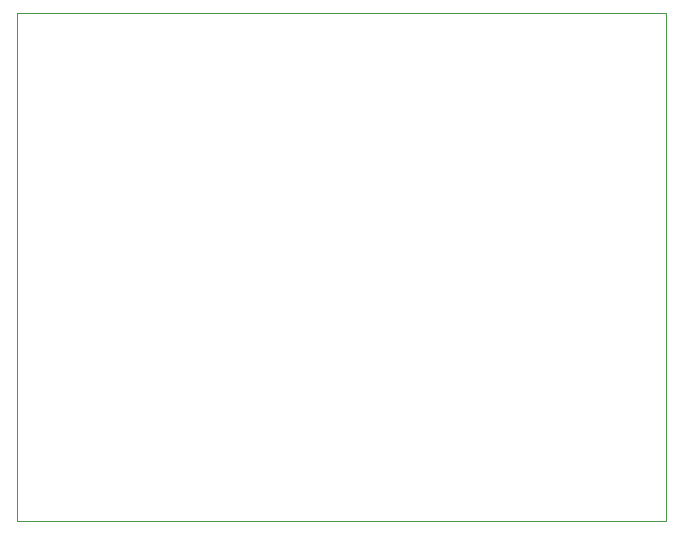
<source format=gbr>
%TF.GenerationSoftware,KiCad,Pcbnew,5.1.10-88a1d61d58~90~ubuntu20.04.1*%
%TF.CreationDate,2021-10-19T17:00:37+01:00*%
%TF.ProjectId,L6235-breakout,4c363233-352d-4627-9265-616b6f75742e,rev?*%
%TF.SameCoordinates,Original*%
%TF.FileFunction,Profile,NP*%
%FSLAX46Y46*%
G04 Gerber Fmt 4.6, Leading zero omitted, Abs format (unit mm)*
G04 Created by KiCad (PCBNEW 5.1.10-88a1d61d58~90~ubuntu20.04.1) date 2021-10-19 17:00:37*
%MOMM*%
%LPD*%
G01*
G04 APERTURE LIST*
%TA.AperFunction,Profile*%
%ADD10C,0.050000*%
%TD*%
G04 APERTURE END LIST*
D10*
X1000000Y-147000000D02*
X6000000Y-147000000D01*
X1000000Y-190000000D02*
X1000000Y-147000000D01*
X56000000Y-190000000D02*
X1000000Y-190000000D01*
X56000000Y-147000000D02*
X56000000Y-190000000D01*
X6000000Y-147000000D02*
X56000000Y-147000000D01*
M02*

</source>
